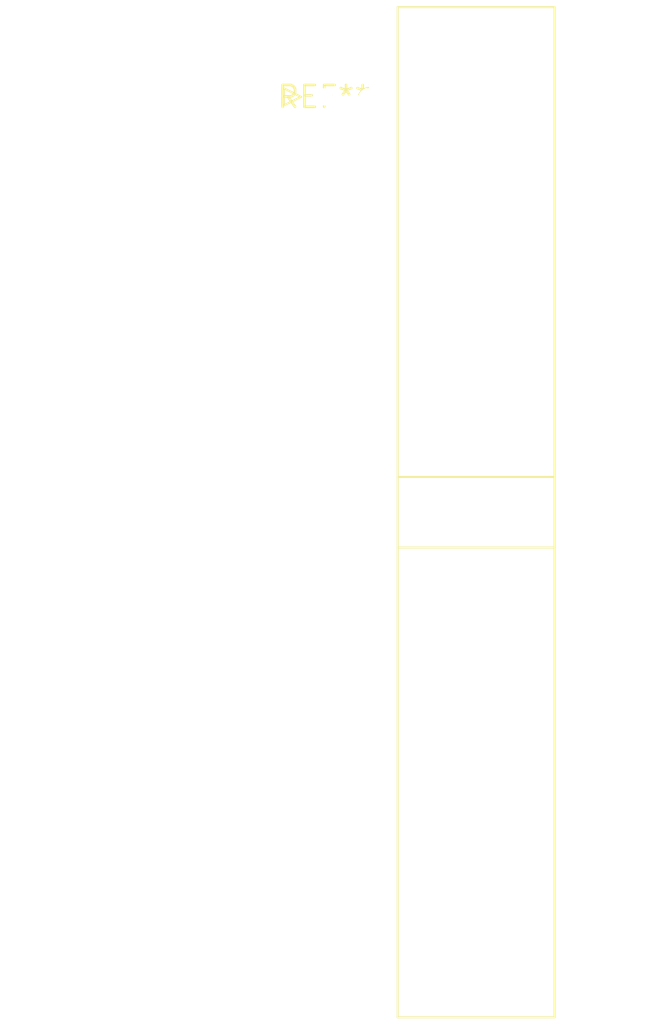
<source format=kicad_pcb>
(kicad_pcb (version 20240108) (generator pcbnew)
  (layers (0 "F.Cu" signal) (31 "B.Cu" signal) (34 "B.Paste" user) (35 "F.Paste" user) (36 "B.SilkS" user "B.Silkscreen") (37 "F.SilkS" user "F.Silkscreen") (38 "B.Mask" user) (39 "F.Mask" user) (44 "Edge.Cuts" user))
  (net 0 "")
  (footprint "IDC-Header_2x20_P2.54mm_Horizontal" (layer "F.Cu") (at 0 0)
    (property "Reference" "REF**")
    (property "Value" "IDC-Header_2x20_P2.54mm_Horizontal")
    (fp_line (start -2.35 -0.5) (end -2.35 0.5) (layer "F.SilkS") (stroke (width 0.12)))
    (fp_line (start -2.35 0.5) (end -1.35 0) (layer "F.SilkS") (stroke (width 0.12)))
    (fp_line (start -1.35 0) (end -2.35 -0.5) (layer "F.SilkS") (stroke (width 0.12)))
    (fp_line (start 4.27 -5.21) (end 13.39 -5.21) (layer "F.SilkS") (stroke (width 0.12)))
    (fp_line (start 4.27 22.08) (end 13.39 22.08) (layer "F.SilkS") (stroke (width 0.12)))
    (fp_line (start 4.27 26.18) (end 13.39 26.18) (layer "F.SilkS") (stroke (width 0.12)))
    (fp_line (start 4.27 53.47) (end 4.27 -5.21) (layer "F.SilkS") (stroke (width 0.12)))
    (fp_line (start 13.39 -5.21) (end 13.39 53.47) (layer "F.SilkS") (stroke (width 0.12)))
    (fp_line (start 13.39 53.47) (end 4.27 53.47) (layer "F.SilkS") (stroke (width 0.12)))
    (pad "1" thru_hole roundrect (at 0 0) (size 1.7 1.7) (drill 1) (layers *.Cu *.Mask) (remove_unused_layers) (roundrect_rratio 0.147059))
    (pad "2" thru_hole circle (at 2.54 0) (size 1.7 1.7) (drill 1) (layers *.Cu *.Mask) (remove_unused_layers))
    (pad "3" thru_hole circle (at 0 2.54) (size 1.7 1.7) (drill 1) (layers *.Cu *.Mask) (remove_unused_layers))
    (pad "4" thru_hole circle (at 2.54 2.54) (size 1.7 1.7) (drill 1) (layers *.Cu *.Mask) (remove_unused_layers))
    (pad "5" thru_hole circle (at 0 5.08) (size 1.7 1.7) (drill 1) (layers *.Cu *.Mask) (remove_unused_layers))
    (pad "6" thru_hole circle (at 2.54 5.08) (size 1.7 1.7) (drill 1) (layers *.Cu *.Mask) (remove_unused_layers))
    (pad "7" thru_hole circle (at 0 7.62) (size 1.7 1.7) (drill 1) (layers *.Cu *.Mask) (remove_unused_layers))
    (pad "8" thru_hole circle (at 2.54 7.62) (size 1.7 1.7) (drill 1) (layers *.Cu *.Mask) (remove_unused_layers))
    (pad "9" thru_hole circle (at 0 10.16) (size 1.7 1.7) (drill 1) (layers *.Cu *.Mask) (remove_unused_layers))
    (pad "10" thru_hole circle (at 2.54 10.16) (size 1.7 1.7) (drill 1) (layers *.Cu *.Mask) (remove_unused_layers))
    (pad "11" thru_hole circle (at 0 12.7) (size 1.7 1.7) (drill 1) (layers *.Cu *.Mask) (remove_unused_layers))
    (pad "12" thru_hole circle (at 2.54 12.7) (size 1.7 1.7) (drill 1) (layers *.Cu *.Mask) (remove_unused_layers))
    (pad "13" thru_hole circle (at 0 15.24) (size 1.7 1.7) (drill 1) (layers *.Cu *.Mask) (remove_unused_layers))
    (pad "14" thru_hole circle (at 2.54 15.24) (size 1.7 1.7) (drill 1) (layers *.Cu *.Mask) (remove_unused_layers))
    (pad "15" thru_hole circle (at 0 17.78) (size 1.7 1.7) (drill 1) (layers *.Cu *.Mask) (remove_unused_layers))
    (pad "16" thru_hole circle (at 2.54 17.78) (size 1.7 1.7) (drill 1) (layers *.Cu *.Mask) (remove_unused_layers))
    (pad "17" thru_hole circle (at 0 20.32) (size 1.7 1.7) (drill 1) (layers *.Cu *.Mask) (remove_unused_layers))
    (pad "18" thru_hole circle (at 2.54 20.32) (size 1.7 1.7) (drill 1) (layers *.Cu *.Mask) (remove_unused_layers))
    (pad "19" thru_hole circle (at 0 22.86) (size 1.7 1.7) (drill 1) (layers *.Cu *.Mask) (remove_unused_layers))
    (pad "20" thru_hole circle (at 2.54 22.86) (size 1.7 1.7) (drill 1) (layers *.Cu *.Mask) (remove_unused_layers))
    (pad "21" thru_hole circle (at 0 25.4) (size 1.7 1.7) (drill 1) (layers *.Cu *.Mask) (remove_unused_layers))
    (pad "22" thru_hole circle (at 2.54 25.4) (size 1.7 1.7) (drill 1) (layers *.Cu *.Mask) (remove_unused_layers))
    (pad "23" thru_hole circle (at 0 27.94) (size 1.7 1.7) (drill 1) (layers *.Cu *.Mask) (remove_unused_layers))
    (pad "24" thru_hole circle (at 2.54 27.94) (size 1.7 1.7) (drill 1) (layers *.Cu *.Mask) (remove_unused_layers))
    (pad "25" thru_hole circle (at 0 30.48) (size 1.7 1.7) (drill 1) (layers *.Cu *.Mask) (remove_unused_layers))
    (pad "26" thru_hole circle (at 2.54 30.48) (size 1.7 1.7) (drill 1) (layers *.Cu *.Mask) (remove_unused_layers))
    (pad "27" thru_hole circle (at 0 33.02) (size 1.7 1.7) (drill 1) (layers *.Cu *.Mask) (remove_unused_layers))
    (pad "28" thru_hole circle (at 2.54 33.02) (size 1.7 1.7) (drill 1) (layers *.Cu *.Mask) (remove_unused_layers))
    (pad "29" thru_hole circle (at 0 35.56) (size 1.7 1.7) (drill 1) (layers *.Cu *.Mask) (remove_unused_layers))
    (pad "30" thru_hole circle (at 2.54 35.56) (size 1.7 1.7) (drill 1) (layers *.Cu *.Mask) (remove_unused_layers))
    (pad "31" thru_hole circle (at 0 38.1) (size 1.7 1.7) (drill 1) (layers *.Cu *.Mask) (remove_unused_layers))
    (pad "32" thru_hole circle (at 2.54 38.1) (size 1.7 1.7) (drill 1) (layers *.Cu *.Mask) (remove_unused_layers))
    (pad "33" thru_hole circle (at 0 40.64) (size 1.7 1.7) (drill 1) (layers *.Cu *.Mask) (remove_unused_layers))
    (pad "34" thru_hole circle (at 2.54 40.64) (size 1.7 1.7) (drill 1) (layers *.Cu *.Mask) (remove_unused_layers))
    (pad "35" thru_hole circle (at 0 43.18) (size 1.7 1.7) (drill 1) (layers *.Cu *.Mask) (remove_unused_layers))
    (pad "36" thru_hole circle (at 2.54 43.18) (size 1.7 1.7) (drill 1) (layers *.Cu *.Mask) (remove_unused_layers))
    (pad "37" thru_hole circle (at 0 45.72) (size 1.7 1.7) (drill 1) (layers *.Cu *.Mask) (remove_unused_layers))
    (pad "38" thru_hole circle (at 2.54 45.72) (size 1.7 1.7) (drill 1) (layers *.Cu *.Mask) (remove_unused_layers))
    (pad "39" thru_hole circle (at 0 48.26) (size 1.7 1.7) (drill 1) (layers *.Cu *.Mask) (remove_unused_layers))
    (pad "40" thru_hole circle (at 2.54 48.26) (size 1.7 1.7) (drill 1) (layers *.Cu *.Mask) (remove_unused_layers))
  )
)
</source>
